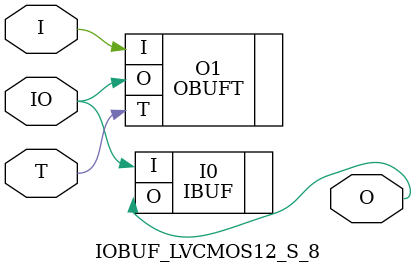
<source format=v>


`timescale  1 ps / 1 ps


module IOBUF_LVCMOS12_S_8 (O, IO, I, T);

    output O;

    inout  IO;

    input  I, T;

        OBUFT #(.IOSTANDARD("LVCMOS12"), .SLEW("SLOW"), .DRIVE(8)) O1 (.O(IO), .I(I), .T(T)); 
	IBUF #(.IOSTANDARD("LVCMOS12"))  I0 (.O(O), .I(IO));
        

endmodule



</source>
